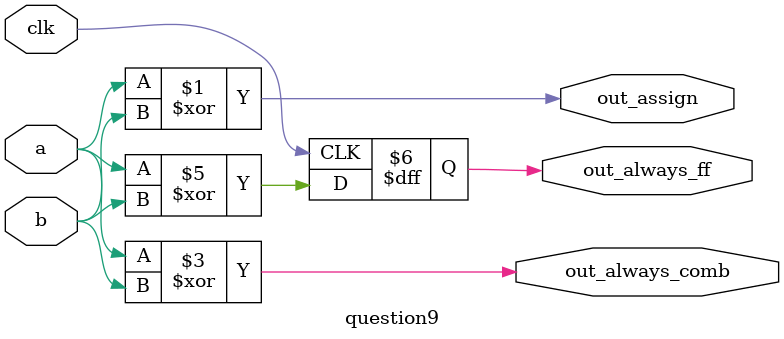
<source format=v>
module question9(
    input clk,
    input a,
    input b,
    output wire out_assign,
    output reg out_always_comb,
    output reg out_always_ff
);

assign out_assign = a ^ b;

always @(*) 
    out_always_comb = a ^ b;
always @(posedge clk) 
    out_always_ff <= a ^ b;

endmodule

</source>
